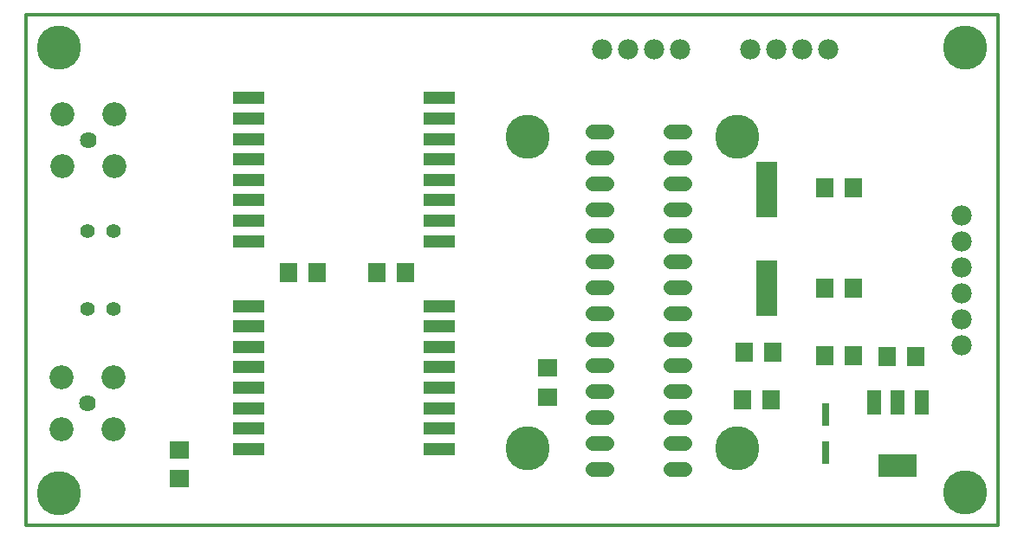
<source format=gts>
G75*
%MOIN*%
%OFA0B0*%
%FSLAX24Y24*%
%IPPOS*%
%LPD*%
%AMOC8*
5,1,8,0,0,1.08239X$1,22.5*
%
%ADD10C,0.0120*%
%ADD11C,0.0560*%
%ADD12R,0.1221X0.0512*%
%ADD13R,0.0520X0.0920*%
%ADD14R,0.1457X0.0906*%
%ADD15R,0.0670X0.0749*%
%ADD16R,0.0800X0.2140*%
%ADD17C,0.0640*%
%ADD18C,0.0926*%
%ADD19C,0.0780*%
%ADD20R,0.0296X0.0906*%
%ADD21R,0.0749X0.0670*%
%ADD22C,0.1700*%
%ADD23C,0.0555*%
D10*
X000160Y000160D02*
X037562Y000160D01*
X037562Y019845D01*
X000160Y019845D01*
X000160Y000160D01*
D11*
X021960Y002349D02*
X022480Y002349D01*
X022480Y003349D02*
X021960Y003349D01*
X021960Y004349D02*
X022480Y004349D01*
X022480Y005349D02*
X021960Y005349D01*
X021960Y006349D02*
X022480Y006349D01*
X022480Y007349D02*
X021960Y007349D01*
X021960Y008349D02*
X022480Y008349D01*
X022480Y009349D02*
X021960Y009349D01*
X021960Y010349D02*
X022480Y010349D01*
X022480Y011349D02*
X021960Y011349D01*
X021960Y012349D02*
X022480Y012349D01*
X022480Y013349D02*
X021960Y013349D01*
X021960Y014349D02*
X022480Y014349D01*
X022480Y015349D02*
X021960Y015349D01*
X024960Y015349D02*
X025480Y015349D01*
X025480Y014349D02*
X024960Y014349D01*
X024960Y013349D02*
X025480Y013349D01*
X025480Y012349D02*
X024960Y012349D01*
X024960Y011349D02*
X025480Y011349D01*
X025480Y010349D02*
X024960Y010349D01*
X024960Y009349D02*
X025480Y009349D01*
X025480Y008349D02*
X024960Y008349D01*
X024960Y007349D02*
X025480Y007349D01*
X025480Y006349D02*
X024960Y006349D01*
X024960Y005349D02*
X025480Y005349D01*
X025480Y004349D02*
X024960Y004349D01*
X024960Y003349D02*
X025480Y003349D01*
X025480Y002349D02*
X024960Y002349D01*
D12*
X016076Y003106D03*
X016076Y003893D03*
X016076Y004681D03*
X016076Y005468D03*
X016076Y006256D03*
X016076Y007043D03*
X016076Y007830D03*
X016076Y008618D03*
X016075Y011114D03*
X016075Y011902D03*
X016075Y012689D03*
X016075Y013477D03*
X016075Y014264D03*
X016075Y015051D03*
X016075Y015839D03*
X016075Y016626D03*
X008713Y016626D03*
X008713Y015839D03*
X008713Y015051D03*
X008713Y014264D03*
X008713Y013477D03*
X008713Y012689D03*
X008713Y011902D03*
X008713Y011114D03*
X008714Y008618D03*
X008714Y007830D03*
X008714Y007043D03*
X008714Y006256D03*
X008714Y005468D03*
X008714Y004681D03*
X008714Y003893D03*
X008714Y003106D03*
D13*
X032793Y004916D03*
X033703Y004916D03*
X034613Y004916D03*
D14*
X033703Y002475D03*
D15*
X028837Y004994D03*
X027735Y004994D03*
X030893Y006697D03*
X031995Y006697D03*
X033296Y006664D03*
X034399Y006664D03*
X032010Y009300D03*
X030907Y009300D03*
X028884Y006849D03*
X027781Y006849D03*
X030904Y013166D03*
X032007Y013166D03*
X014766Y009914D03*
X013664Y009914D03*
X011361Y009891D03*
X010259Y009891D03*
D16*
X028663Y009294D03*
X028663Y013094D03*
D17*
X002557Y014993D03*
X002522Y004884D03*
D18*
X001522Y003884D03*
X003522Y003884D03*
X003522Y005884D03*
X001522Y005884D03*
X001557Y013993D03*
X003557Y013993D03*
X003557Y015993D03*
X001557Y015993D03*
D19*
X022322Y018520D03*
X023322Y018520D03*
X024322Y018520D03*
X025322Y018520D03*
X028013Y018515D03*
X029013Y018515D03*
X030013Y018515D03*
X031013Y018515D03*
X036156Y012117D03*
X036156Y011117D03*
X036156Y010117D03*
X036156Y009117D03*
X036156Y008117D03*
X036156Y007117D03*
D20*
X030916Y004442D03*
X030916Y002985D03*
D21*
X020239Y005121D03*
X020239Y006223D03*
X006066Y003073D03*
X006066Y001971D03*
D22*
X001439Y001420D03*
X019451Y003136D03*
X027519Y003136D03*
X036297Y001430D03*
X027519Y015141D03*
X019451Y015141D03*
X036297Y018580D03*
X001433Y018584D03*
D23*
X002522Y011503D03*
X003522Y011503D03*
X003522Y008503D03*
X002522Y008503D03*
M02*

</source>
